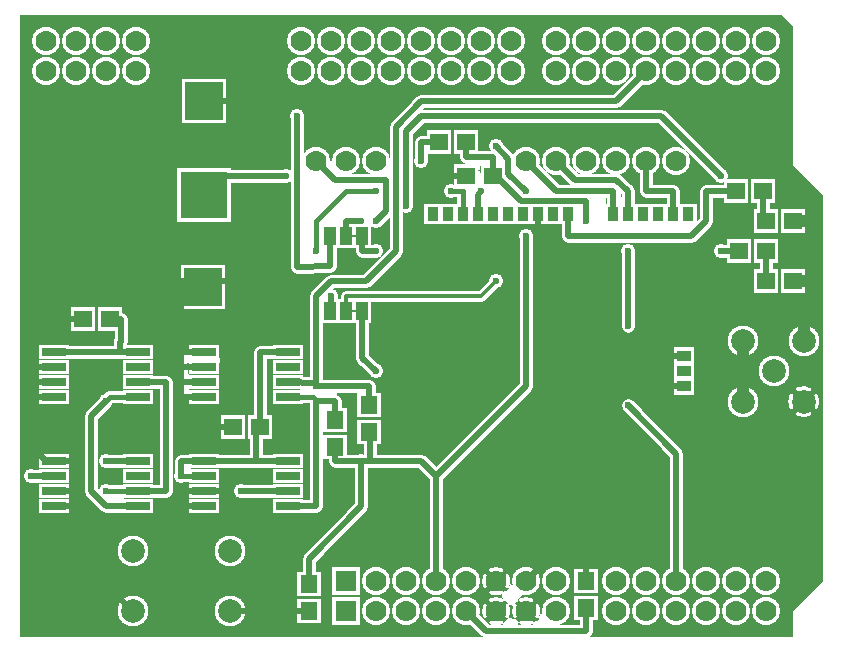
<source format=gbr>
G04 GERBER ASCII OUTPUT FROM: EDWINXP (VER. 1.61 REV. 20080915)*
G04 GERBER FORMAT: RX-274-X*
G04 BOARD: AMICUS_GPS_SHIELD*
G04 ARTWORK OF COMP.LAYERPOSITIVE SUPERIMPOSED ON NEGATIVE*
%ASAXBY*%
%FSLAX23Y23*%
%MIA0B0*%
%MOIN*%
%OFA0.0000B0.0000*%
%SFA1B1*%
%IJA0B0*%
%INLAYER2NEGPOS*%
%IOA0B0*%
%IPPOS*%
%IR0*%
G04 APERTURE MACROS*
%AMEDWDONUT*
1,1,$1,$2,$3*
1,0,$4,$2,$3*
%
%AMEDWFRECT*
20,1,$1,$2,$3,$4,$5,$6*
%
%AMEDWORECT*
20,1,$1,$2,$3,$4,$5,$10*
20,1,$1,$4,$5,$6,$7,$10*
20,1,$1,$6,$7,$8,$9,$10*
20,1,$1,$8,$9,$2,$3,$10*
1,1,$1,$2,$3*
1,1,$1,$4,$5*
1,1,$1,$6,$7*
1,1,$1,$8,$9*
%
%AMEDWLINER*
20,1,$1,$2,$3,$4,$5,$6*
1,1,$1,$2,$3*
1,1,$1,$4,$5*
%
%AMEDWFTRNG*
4,1,3,$1,$2,$3,$4,$5,$6,$7,$8,$9*
%
%AMEDWATRNG*
4,1,3,$1,$2,$3,$4,$5,$6,$7,$8,$9*
20,1,$11,$1,$2,$3,$4,$10*
20,1,$11,$3,$4,$5,$6,$10*
20,1,$11,$5,$6,$7,$8,$10*
1,1,$11,$3,$4*
1,1,$11,$5,$6*
1,1,$11,$7,$8*
%
%AMEDWOTRNG*
20,1,$1,$2,$3,$4,$5,$8*
20,1,$1,$4,$5,$6,$7,$8*
20,1,$1,$6,$7,$2,$3,$8*
1,1,$1,$2,$3*
1,1,$1,$4,$5*
1,1,$1,$6,$7*
%
G04*
G04 APERTURE LIST*
%ADD10R,0.0700X0.0650*%
%ADD11R,0.0940X0.0890*%
%ADD12R,0.0600X0.0550*%
%ADD13R,0.0840X0.0790*%
%ADD14R,0.1350X0.1350*%
%ADD15R,0.1590X0.1590*%
%ADD16R,0.1250X0.1250*%
%ADD17R,0.1490X0.1490*%
%ADD18R,0.1700X0.1700*%
%ADD19R,0.1940X0.1940*%
%ADD20R,0.1560X0.1560*%
%ADD21R,0.1800X0.1800*%
%ADD22R,0.03937X0.05118*%
%ADD23R,0.06337X0.07518*%
%ADD24R,0.03543X0.04724*%
%ADD25R,0.05943X0.07124*%
%ADD26R,0.05118X0.03937*%
%ADD27R,0.07518X0.06337*%
%ADD28R,0.04724X0.03543*%
%ADD29R,0.07124X0.05943*%
%ADD30R,0.0860X0.0860*%
%ADD31R,0.1100X0.1100*%
%ADD32R,0.0700X0.0700*%
%ADD33R,0.0940X0.0940*%
%ADD34R,0.0900X0.0350*%
%ADD35R,0.1140X0.0590*%
%ADD36R,0.0800X0.0250*%
%ADD37R,0.1040X0.0490*%
%ADD38R,0.04724X0.06693*%
%ADD39R,0.07124X0.09093*%
%ADD40R,0.03937X0.05906*%
%ADD41R,0.06337X0.08306*%
%ADD42R,0.0650X0.0700*%
%ADD43R,0.0890X0.0940*%
%ADD44R,0.0550X0.0600*%
%ADD45R,0.0790X0.0840*%
%ADD46C,0.00039*%
%ADD48C,0.0010*%
%ADD50C,0.00118*%
%ADD52C,0.0020*%
%ADD53R,0.0020X0.0020*%
%ADD54C,0.0030*%
%ADD55R,0.0030X0.0030*%
%ADD56C,0.0040*%
%ADD57R,0.0040X0.0040*%
%ADD58C,0.00472*%
%ADD60C,0.0050*%
%ADD61R,0.0050X0.0050*%
%ADD62C,0.00512*%
%ADD63R,0.00512X0.00512*%
%ADD64C,0.00551*%
%ADD65R,0.00551X0.00551*%
%ADD66C,0.00591*%
%ADD67R,0.00591X0.00591*%
%ADD68C,0.00659*%
%ADD69R,0.00659X0.00659*%
%ADD70C,0.00669*%
%ADD72C,0.00787*%
%ADD73R,0.00787X0.00787*%
%ADD74C,0.00799*%
%ADD76C,0.0080*%
%ADD78C,0.00984*%
%ADD79R,0.00984X0.00984*%
%ADD80C,0.0100*%
%ADD81R,0.0100X0.0100*%
%ADD82C,0.01181*%
%ADD84C,0.0120*%
%ADD86C,0.0120*%
%ADD88C,0.0130*%
%ADD90C,0.0150*%
%ADD91R,0.0150X0.0150*%
%ADD92C,0.0160*%
%ADD94C,0.01698*%
%ADD95R,0.01698X0.01698*%
%ADD96C,0.01797*%
%ADD97R,0.01797X0.01797*%
%ADD98C,0.01895*%
%ADD99R,0.01895X0.01895*%
%ADD100C,0.01969*%
%ADD101R,0.01969X0.01969*%
%ADD102C,0.01994*%
%ADD103R,0.01994X0.01994*%
%ADD104C,0.0200*%
%ADD106C,0.02092*%
%ADD107R,0.02092X0.02092*%
%ADD108C,0.02362*%
%ADD109R,0.02362X0.02362*%
%ADD110C,0.0240*%
%ADD111R,0.0240X0.0240*%
%ADD112C,0.0240*%
%ADD113R,0.0240X0.0240*%
%ADD114C,0.0250*%
%ADD115R,0.0250X0.0250*%
%ADD116C,0.0290*%
%ADD118C,0.02912*%
%ADD120C,0.02951*%
%ADD122C,0.02991*%
%ADD124C,0.0300*%
%ADD125R,0.0300X0.0300*%
%ADD126C,0.03059*%
%ADD127R,0.03059X0.03059*%
%ADD128C,0.03069*%
%ADD129R,0.03069X0.03069*%
%ADD130C,0.03199*%
%ADD131R,0.03199X0.03199*%
%ADD132C,0.0320*%
%ADD133R,0.0320X0.0320*%
%ADD134C,0.0350*%
%ADD135R,0.0350X0.0350*%
%ADD136C,0.03581*%
%ADD138C,0.0360*%
%ADD140C,0.0370*%
%ADD142C,0.0390*%
%ADD143R,0.0390X0.0390*%
%ADD144C,0.03937*%
%ADD145R,0.03937X0.03937*%
%ADD146C,0.0400*%
%ADD147R,0.0400X0.0400*%
%ADD148C,0.04173*%
%ADD149R,0.04173X0.04173*%
%ADD150C,0.04369*%
%ADD152C,0.0440*%
%ADD154C,0.0450*%
%ADD155R,0.0450X0.0450*%
%ADD156C,0.0470*%
%ADD157R,0.0470X0.0470*%
%ADD158C,0.04724*%
%ADD159R,0.04724X0.04724*%
%ADD160C,0.04762*%
%ADD161R,0.04762X0.04762*%
%ADD162C,0.0490*%
%ADD163R,0.0490X0.0490*%
%ADD164C,0.0500*%
%ADD165R,0.0500X0.0500*%
%ADD166C,0.05118*%
%ADD167R,0.05118X0.05118*%
%ADD168C,0.0540*%
%ADD170C,0.05512*%
%ADD171R,0.05512X0.05512*%
%ADD172C,0.0560*%
%ADD173R,0.0560X0.0560*%
%ADD174C,0.0570*%
%ADD175R,0.0570X0.0570*%
%ADD176C,0.05724*%
%ADD177R,0.05724X0.05724*%
%ADD178C,0.0590*%
%ADD179R,0.0590X0.0590*%
%ADD180C,0.05906*%
%ADD181R,0.05906X0.05906*%
%ADD182C,0.0600*%
%ADD183R,0.0600X0.0600*%
%ADD184C,0.0620*%
%ADD185R,0.0620X0.0620*%
%ADD186C,0.06201*%
%ADD187R,0.06201X0.06201*%
%ADD188C,0.06337*%
%ADD189R,0.06337X0.06337*%
%ADD190C,0.0650*%
%ADD191R,0.0650X0.0650*%
%ADD192C,0.06693*%
%ADD193R,0.06693X0.06693*%
%ADD194C,0.0690*%
%ADD195R,0.0690X0.0690*%
%ADD196C,0.06906*%
%ADD197R,0.06906X0.06906*%
%ADD198C,0.0700*%
%ADD199R,0.0700X0.0700*%
%ADD200C,0.0710*%
%ADD201R,0.0710X0.0710*%
%ADD202C,0.07124*%
%ADD203R,0.07124X0.07124*%
%ADD204C,0.0740*%
%ADD205R,0.0740X0.0740*%
%ADD206C,0.0750*%
%ADD207R,0.0750X0.0750*%
%ADD208C,0.07598*%
%ADD210C,0.0760*%
%ADD212C,0.07874*%
%ADD214C,0.0800*%
%ADD215R,0.0800X0.0800*%
%ADD216C,0.0810*%
%ADD217R,0.0810X0.0810*%
%ADD218C,0.08306*%
%ADD219R,0.08306X0.08306*%
%ADD220C,0.0840*%
%ADD221R,0.0840X0.0840*%
%ADD222C,0.08598*%
%ADD224C,0.0860*%
%ADD225R,0.0860X0.0860*%
%ADD226C,0.08601*%
%ADD228C,0.08661*%
%ADD230C,0.0870*%
%ADD231R,0.0870X0.0870*%
%ADD232C,0.0890*%
%ADD233R,0.0890X0.0890*%
%ADD234C,0.0900*%
%ADD235R,0.0900X0.0900*%
%ADD236C,0.09093*%
%ADD237R,0.09093X0.09093*%
%ADD238C,0.0940*%
%ADD239R,0.0940X0.0940*%
%ADD240C,0.0970*%
%ADD241R,0.0970X0.0970*%
%ADD242C,0.09843*%
%ADD243R,0.09843X0.09843*%
%ADD244C,0.0990*%
%ADD245R,0.0990X0.0990*%
%ADD246C,0.09998*%
%ADD248C,0.1000*%
%ADD249R,0.1000X0.1000*%
%ADD250C,0.10274*%
%ADD252C,0.1040*%
%ADD253R,0.1040X0.1040*%
%ADD254C,0.10998*%
%ADD256C,0.1100*%
%ADD257R,0.1100X0.1100*%
%ADD258C,0.11061*%
%ADD260C,0.1110*%
%ADD261R,0.1110X0.1110*%
%ADD262C,0.1120*%
%ADD263R,0.1120X0.1120*%
%ADD264C,0.1140*%
%ADD265R,0.1140X0.1140*%
%ADD266C,0.1150*%
%ADD267R,0.1150X0.1150*%
%ADD268C,0.1200*%
%ADD269R,0.1200X0.1200*%
%ADD270C,0.1210*%
%ADD271R,0.1210X0.1210*%
%ADD272C,0.1240*%
%ADD273R,0.1240X0.1240*%
%ADD274C,0.1250*%
%ADD275R,0.1250X0.1250*%
%ADD276C,0.12992*%
%ADD277R,0.12992X0.12992*%
%ADD278C,0.1300*%
%ADD279R,0.1300X0.1300*%
%ADD280C,0.1340*%
%ADD281R,0.1340X0.1340*%
%ADD282C,0.1390*%
%ADD283R,0.1390X0.1390*%
%ADD284C,0.1420*%
%ADD285R,0.1420X0.1420*%
%ADD286C,0.1440*%
%ADD287R,0.1440X0.1440*%
%ADD288C,0.1490*%
%ADD289R,0.1490X0.1490*%
%ADD290C,0.1520*%
%ADD291R,0.1520X0.1520*%
%ADD292C,0.15374*%
%ADD293R,0.15374X0.15374*%
%ADD294C,0.1540*%
%ADD295R,0.1540X0.1540*%
%ADD296C,0.1660*%
%ADD297R,0.1660X0.1660*%
%ADD298C,0.17323*%
%ADD300C,0.1760*%
%ADD301R,0.1760X0.1760*%
%ADD302C,0.17774*%
%ADD303R,0.17774X0.17774*%
%ADD304C,0.18504*%
%ADD306C,0.18898*%
%ADD308C,0.20904*%
%ADD310C,0.2126*%
%ADD312C,0.21298*%
%ADD314C,0.22835*%
%ADD317R,0.23622X0.23622*%
%ADD319R,0.24937X0.24937*%
%ADD321R,0.26022X0.26022*%
%ADD323R,0.27337X0.27337*%
%ADD325R,0.31496X0.31496*%
%ADD327R,0.32811X0.32811*%
%ADD329R,0.33896X0.33896*%
%ADD331R,0.35211X0.35211*%
%ADD332C,0.45211*%
%ADD333R,0.45211X0.45211*%
%ADD334C,0.55211*%
%ADD335R,0.55211X0.55211*%
%ADD336C,0.65211*%
%ADD337R,0.65211X0.65211*%
%ADD338C,0.75211*%
%ADD339R,0.75211X0.75211*%
%ADD340C,0.85211*%
%ADD341R,0.85211X0.85211*%
%ADD342C,0.95211*%
%ADD343R,0.95211X0.95211*%
%ADD344C,1.05211*%
%ADD345R,1.05211X1.05211*%
%ADD346C,1.15211*%
%ADD347R,1.15211X1.15211*%
%ADD348C,1.25211*%
%ADD349R,1.25211X1.25211*%
%ADD350C,1.35211*%
%ADD351R,1.35211X1.35211*%
%ADD352C,1.45211*%
%ADD353R,1.45211X1.45211*%
%ADD354C,1.55211*%
%ADD355R,1.55211X1.55211*%
%ADD356C,1.65211*%
%ADD357R,1.65211X1.65211*%
%ADD358C,1.75211*%
%ADD359R,1.75211X1.75211*%
%ADD360C,1.85211*%
%ADD361R,1.85211X1.85211*%
%ADD362C,1.95211*%
%ADD363R,1.95211X1.95211*%
G04*
%LNLLAYER2CPOURD*%
%LPD*%
G36*
X1600Y100D02*
X1550Y13D01*
X13Y13D01*
X13Y2088D01*
X2550Y2088D01*
X2588Y2050D01*
X2588Y1588D01*
X2688Y1488D01*
X2688Y200D01*
X2588Y100D01*
X2588Y13D01*
X1613Y13D01*
X1600Y100D01*
G37*
G36*
X1600Y100D02*
X1513Y13D01*
X1663Y13D01*
X1600Y100D01*
G37*
%LNLLAYER2CRELIEVEC*%
%LPC*%
D99* 
X1010Y823D02*D03*
X1022Y823D02*D03*
X1038Y823D02*D03*
X1054Y823D02*D03*
D95* 
X1064Y821D02*D03*
X1022Y770D02*D03*
G36*
X1014Y746D02*
X1014Y766D01*
X1031Y766D01*
X1031Y746D01*
X1014Y746D01*
G37*
X1022Y739D02*D03*
X1022Y727D02*D03*
X1022Y715D02*D03*
X1022Y703D02*D03*
G36*
X658Y929D02*
X658Y946D01*
X679Y946D01*
X679Y929D01*
X658Y929D01*
G37*
G36*
X647Y929D02*
X647Y946D01*
X664Y946D01*
X664Y929D01*
X647Y929D01*
G37*
G36*
X631Y929D02*
X631Y946D01*
X652Y946D01*
X652Y929D01*
X631Y929D01*
G37*
G36*
X611Y929D02*
X611Y946D01*
X632Y946D01*
X632Y929D01*
X611Y929D01*
G37*
G36*
X599Y929D02*
X599Y946D01*
X617Y946D01*
X617Y929D01*
X599Y929D01*
G37*
G36*
X587Y929D02*
X587Y946D01*
X605Y946D01*
X605Y929D01*
X587Y929D01*
G37*
G36*
X564Y927D02*
X564Y947D01*
X581Y947D01*
X581Y927D01*
X564Y927D01*
G37*
G36*
X552Y923D02*
X552Y943D01*
X571Y943D01*
X571Y923D01*
X552Y923D01*
G37*
G36*
X552Y939D02*
X552Y959D01*
X570Y959D01*
X570Y939D01*
X552Y939D01*
G37*
G36*
X563Y943D02*
X563Y963D01*
X581Y963D01*
X581Y943D01*
X563Y943D01*
G37*
D103*
X562Y898D02*D03*
X566Y882D02*D03*
X570Y850D02*D03*
X566Y831D02*D03*
G36*
X574Y929D02*
X574Y946D01*
X593Y946D01*
X593Y929D01*
X574Y929D01*
G37*
G36*
X1015Y1297D02*
X1015Y1315D01*
X1032Y1315D01*
X1032Y1297D01*
X1015Y1297D01*
G37*
G36*
X1552Y1582D02*
X1552Y1600D01*
X1572Y1600D01*
X1572Y1582D01*
X1552Y1582D01*
G37*
D97* 
X1549Y1591D02*D03*
X1537Y1591D02*D03*
X1526Y1591D02*D03*
X1514Y1591D02*D03*
X1502Y1591D02*D03*
D95* 
X1541Y1577D02*D03*
X1541Y1562D02*D03*
G36*
X1532Y1541D02*
X1532Y1560D01*
X1552Y1560D01*
X1552Y1541D01*
X1532Y1541D01*
G37*
D103*
X1542Y1535D02*D03*
D95* 
X1541Y1523D02*D03*
G36*
X1061Y1553D02*
X1061Y1571D01*
X1080Y1571D01*
X1080Y1553D01*
X1061Y1553D01*
G37*
G36*
X1051Y1563D02*
X1051Y1581D01*
X1068Y1581D01*
X1068Y1563D01*
X1051Y1563D01*
G37*
X1050Y1581D02*D03*
G36*
X1037Y1583D02*
X1037Y1600D01*
X1057Y1600D01*
X1057Y1583D01*
X1037Y1583D01*
G37*
G36*
X951Y1260D02*
X946Y1269D01*
X946Y1275D01*
X947Y1282D01*
X947Y1432D01*
X947Y1439D01*
X947Y1447D01*
X947Y1455D01*
X947Y1463D01*
X947Y1471D01*
X947Y1479D01*
X947Y1487D01*
X947Y1495D01*
X947Y1502D01*
X947Y1510D01*
X947Y1527D01*
X947Y1535D01*
X947Y1543D01*
X947Y1551D01*
X947Y1559D01*
X947Y1566D01*
X947Y1588D01*
X956Y1588D01*
X959Y1588D01*
X960Y1587D01*
X963Y1582D01*
X974Y1571D01*
X975Y1571D01*
X978Y1569D01*
X980Y1568D01*
X983Y1566D01*
X986Y1565D01*
X990Y1564D01*
X994Y1563D01*
X1002Y1562D01*
X1005Y1563D01*
X1010Y1564D01*
X1015Y1564D01*
X1048Y1532D01*
X1049Y1532D01*
X1052Y1530D01*
X1055Y1528D01*
X1059Y1527D01*
X1067Y1526D01*
X1084Y1526D01*
X1085Y1527D01*
X1098Y1527D01*
X1098Y1517D01*
X1098Y1514D01*
X1089Y1506D01*
X1032Y1449D01*
X1032Y1448D01*
X993Y1410D01*
X993Y1408D01*
X990Y1401D01*
X989Y1392D01*
X989Y1308D01*
X987Y1303D01*
X1032Y1295D01*
X1032Y1269D01*
X1000Y1268D01*
X999Y1259D01*
X990Y1260D01*
X966Y1260D01*
X951Y1260D01*
G37*
G36*
X1011Y1381D02*
X1011Y1393D01*
X1018Y1401D01*
X1021Y1404D01*
X1029Y1413D01*
X1038Y1422D01*
X1047Y1431D01*
X1056Y1438D01*
X1098Y1481D01*
X1098Y1489D01*
X1108Y1488D01*
X1190Y1488D01*
X1192Y1487D01*
X1196Y1486D01*
X1206Y1486D01*
X1208Y1488D01*
X1221Y1488D01*
X1221Y1479D01*
X1221Y1440D01*
X1199Y1419D01*
X1196Y1417D01*
X1190Y1410D01*
X1187Y1403D01*
X1187Y1389D01*
X1184Y1380D01*
X1175Y1381D01*
X1172Y1381D01*
X1169Y1382D01*
X1168Y1399D01*
X1166Y1401D01*
X1156Y1411D01*
X1155Y1411D01*
X1146Y1412D01*
X1143Y1411D01*
X1139Y1411D01*
X1131Y1411D01*
X1124Y1411D01*
X1116Y1411D01*
X1108Y1411D01*
X1099Y1410D01*
X1091Y1408D01*
X1082Y1401D01*
X1079Y1391D01*
X1078Y1382D01*
X1075Y1381D01*
X1011Y1381D01*
G37*
G36*
X1549Y1450D02*
X1549Y1460D01*
X1548Y1461D01*
X1548Y1467D01*
X1548Y1475D01*
X1549Y1480D01*
X1552Y1483D01*
X1560Y1492D01*
X1561Y1497D01*
X1561Y1508D01*
X1562Y1518D01*
X1571Y1518D01*
X1611Y1518D01*
X1658Y1471D01*
X1666Y1471D01*
X1665Y1461D01*
X1665Y1458D01*
X1621Y1457D01*
X1621Y1449D01*
X1612Y1450D01*
X1593Y1450D01*
X1578Y1450D01*
X1570Y1450D01*
X1563Y1450D01*
X1549Y1450D01*
G37*
G36*
X1502Y1450D02*
X1498Y1459D01*
X1497Y1460D01*
X1497Y1492D01*
X1496Y1500D01*
X1496Y1518D01*
X1505Y1518D01*
X1536Y1518D01*
X1536Y1508D01*
X1536Y1504D01*
X1531Y1499D01*
X1527Y1490D01*
X1526Y1487D01*
X1525Y1478D01*
X1525Y1458D01*
X1522Y1449D01*
X1512Y1450D01*
X1502Y1450D01*
G37*
G36*
X1712Y1479D02*
X1711Y1489D01*
X1711Y1497D01*
X1712Y1505D01*
X1711Y1508D01*
X1703Y1517D01*
X1700Y1519D01*
X1658Y1561D01*
X1656Y1562D01*
X1652Y1565D01*
X1651Y1568D01*
X1651Y1580D01*
X1661Y1580D01*
X1664Y1580D01*
X1671Y1574D01*
X1675Y1571D01*
X1678Y1569D01*
X1680Y1568D01*
X1683Y1566D01*
X1686Y1565D01*
X1689Y1564D01*
X1693Y1563D01*
X1702Y1562D01*
X1705Y1563D01*
X1710Y1564D01*
X1715Y1564D01*
X1779Y1500D01*
X1787Y1500D01*
X1787Y1491D01*
X1787Y1488D01*
X1749Y1487D01*
X1749Y1479D01*
X1740Y1479D01*
X1735Y1479D01*
X1712Y1479D01*
G37*
G36*
X1599Y1579D02*
X1598Y1588D01*
X1597Y1591D01*
X1597Y1619D01*
X1607Y1618D01*
X1610Y1618D01*
X1619Y1611D01*
X1629Y1609D01*
X1628Y1600D01*
X1628Y1587D01*
X1625Y1578D01*
X1616Y1579D01*
X1613Y1579D01*
X1599Y1579D01*
G37*
G36*
X1230Y1548D02*
X1229Y1558D01*
X1215Y1559D01*
X1215Y1563D01*
X1220Y1567D01*
X1226Y1574D01*
X1228Y1578D01*
X1231Y1582D01*
X1232Y1593D01*
X1242Y1593D01*
X1245Y1593D01*
X1246Y1571D01*
X1254Y1571D01*
X1253Y1562D01*
X1253Y1557D01*
X1252Y1548D01*
X1243Y1548D01*
X1230Y1548D01*
G37*
G36*
X1849Y1361D02*
X1848Y1371D01*
X1847Y1375D01*
X1847Y1381D01*
X1847Y1387D01*
X1848Y1389D01*
X1857Y1391D01*
X1857Y1393D01*
X1857Y1404D01*
X1857Y1445D01*
X1858Y1447D01*
X1910Y1448D01*
X1910Y1469D01*
X1909Y1470D01*
X1908Y1476D01*
X1908Y1488D01*
X1918Y1487D01*
X1966Y1487D01*
X1967Y1397D01*
X2253Y1397D01*
X2254Y1398D01*
X2266Y1398D01*
X2266Y1388D01*
X2266Y1385D01*
X2250Y1370D01*
X1979Y1369D01*
X1979Y1361D01*
X1970Y1361D01*
X1924Y1361D01*
X1916Y1361D01*
X1907Y1361D01*
X1899Y1361D01*
X1890Y1362D01*
X1887Y1361D01*
X1875Y1361D01*
X1865Y1361D01*
X1849Y1361D01*
G37*
G36*
X2001Y1450D02*
X1999Y1459D01*
X1998Y1460D01*
X1998Y1476D01*
X1998Y1507D01*
X2007Y1506D01*
X2010Y1506D01*
X2016Y1500D01*
X2017Y1481D01*
X2025Y1481D01*
X2025Y1472D01*
X2025Y1459D01*
X2023Y1449D01*
X2013Y1450D01*
X2001Y1450D01*
G37*
G36*
X1640Y120D02*
X1639Y129D01*
X1628Y133D01*
X1623Y134D01*
X1622Y143D01*
X1620Y146D01*
X1620Y152D01*
X1621Y154D01*
X1624Y162D01*
X1625Y167D01*
X1634Y168D01*
X1643Y176D01*
X1643Y178D01*
X1645Y190D01*
X1654Y189D01*
X1658Y189D01*
X1660Y186D01*
X1663Y181D01*
X1674Y170D01*
X1675Y170D01*
X1678Y168D01*
X1680Y167D01*
X1690Y166D01*
X1689Y157D01*
X1689Y153D01*
X1680Y149D01*
X1677Y145D01*
X1674Y141D01*
X1673Y132D01*
X1670Y131D01*
X1662Y129D01*
X1660Y119D01*
X1650Y120D01*
X1640Y120D01*
G37*
G36*
X1624Y44D02*
X1624Y62D01*
X1625Y66D01*
X1634Y67D01*
X1640Y78D01*
X1649Y78D01*
X1652Y78D01*
X1655Y76D01*
X1660Y74D01*
X1666Y73D01*
X1675Y65D01*
X1674Y56D01*
X1674Y53D01*
X1659Y52D01*
X1659Y44D01*
X1649Y44D01*
X1624Y44D01*
G37*
G36*
X1727Y44D02*
X1722Y54D01*
X1722Y58D01*
X1724Y66D01*
X1735Y68D01*
X1742Y76D01*
X1743Y78D01*
X1745Y92D01*
X1754Y92D01*
X1757Y92D01*
X1760Y87D01*
X1763Y82D01*
X1774Y71D01*
X1775Y71D01*
X1778Y69D01*
X1780Y68D01*
X1785Y66D01*
X1797Y65D01*
X1796Y56D01*
X1796Y53D01*
X1767Y52D01*
X1767Y44D01*
X1757Y44D01*
X1746Y44D01*
X1727Y44D01*
G37*
G36*
X1014Y1131D02*
X1013Y1140D01*
X1013Y1144D01*
X1015Y1154D01*
X1024Y1154D01*
X1036Y1154D01*
X1036Y1144D01*
X1036Y1139D01*
X1034Y1130D01*
X1024Y1131D01*
X1014Y1131D01*
G37*
G36*
X948Y822D02*
X948Y832D01*
X947Y833D01*
X947Y837D01*
X948Y847D01*
X957Y847D01*
X981Y847D01*
X992Y844D01*
X991Y834D01*
X991Y830D01*
X968Y829D01*
X968Y821D01*
X958Y822D01*
X948Y822D01*
G37*
G36*
X561Y560D02*
X560Y569D01*
X560Y587D01*
X569Y587D01*
X573Y587D01*
X582Y583D01*
X582Y573D01*
X582Y568D01*
X581Y559D01*
X571Y560D01*
X561Y560D01*
G37*
G36*
X299Y461D02*
X298Y471D01*
X294Y474D01*
X294Y479D01*
X300Y489D01*
X310Y488D01*
X361Y488D01*
X360Y479D01*
X360Y470D01*
X321Y469D01*
X321Y461D01*
X312Y461D01*
X299Y461D01*
G37*
D13* 
X2500Y1300D02*D03*
X2410Y1300D02*D03*
X2498Y1200D02*D03*
D21* 
X625Y1489D02*D03*
D25* 
X1388Y1425D02*D03*
X1438Y1425D02*D03*
X1488Y1425D02*D03*
X1538Y1425D02*D03*
X1588Y1425D02*D03*
X1638Y1425D02*D03*
X1688Y1425D02*D03*
X1788Y1425D02*D03*
X1838Y1425D02*D03*
X1988Y1425D02*D03*
X2038Y1425D02*D03*
X2088Y1425D02*D03*
X2138Y1425D02*D03*
X2188Y1425D02*D03*
X2238Y1425D02*D03*
D29* 
X2226Y901D02*D03*
D238*
X1800Y2000D02*D03*
X1900Y2000D02*D03*
X2000Y2000D02*D03*
X2100Y2000D02*D03*
X2200Y2000D02*D03*
X2300Y2000D02*D03*
X2400Y2000D02*D03*
X2500Y2000D02*D03*
X1300Y100D02*D03*
X1400Y100D02*D03*
X1500Y100D02*D03*
X1800Y100D02*D03*
X950Y2000D02*D03*
X1050Y2000D02*D03*
X1150Y2000D02*D03*
X1250Y2000D02*D03*
X1350Y2000D02*D03*
X1450Y2000D02*D03*
X1550Y2000D02*D03*
X1650Y2000D02*D03*
X2000Y100D02*D03*
X2100Y100D02*D03*
X2200Y100D02*D03*
X2300Y100D02*D03*
X2400Y100D02*D03*
X2500Y100D02*D03*
D33* 
X1100Y200D02*D03*
D238*
X1200Y200D02*D03*
X1300Y200D02*D03*
X1400Y200D02*D03*
X1500Y200D02*D03*
X1800Y200D02*D03*
X100Y1900D02*D03*
X200Y1900D02*D03*
X300Y1900D02*D03*
X400Y1900D02*D03*
X2000Y200D02*D03*
X2100Y200D02*D03*
X2200Y200D02*D03*
X2300Y200D02*D03*
X2400Y200D02*D03*
X2500Y200D02*D03*
X950Y1900D02*D03*
X1050Y1900D02*D03*
X1150Y1900D02*D03*
X1250Y1900D02*D03*
X1350Y1900D02*D03*
X1450Y1900D02*D03*
X1550Y1900D02*D03*
X1650Y1900D02*D03*
X1800Y1900D02*D03*
X1900Y1900D02*D03*
X2000Y1900D02*D03*
X2100Y1900D02*D03*
X2200Y1900D02*D03*
X2300Y1900D02*D03*
X2400Y1900D02*D03*
X2500Y1900D02*D03*
D37* 
X905Y813D02*D03*
X905Y863D02*D03*
X905Y913D02*D03*
X905Y963D02*D03*
D238*
X1700Y1600D02*D03*
X1800Y1600D02*D03*
X1900Y1600D02*D03*
X2000Y1600D02*D03*
X2100Y1600D02*D03*
X2200Y1600D02*D03*
D13* 
X1588Y1550D02*D03*
X1410Y1663D02*D03*
X1500Y1663D02*D03*
D41* 
X1154Y1350D02*D03*
X1100Y1350D02*D03*
X1046Y1350D02*D03*
X1154Y1100D02*D03*
X1100Y1100D02*D03*
X1046Y1100D02*D03*
D250*
X712Y300D02*D03*
X388Y300D02*D03*
D13* 
X2498Y1400D02*D03*
X2488Y1500D02*D03*
X2398Y1500D02*D03*
D250*
X2525Y900D02*D03*
D37* 
X125Y963D02*D03*
X405Y813D02*D03*
X405Y863D02*D03*
X405Y913D02*D03*
X405Y963D02*D03*
X125Y550D02*D03*
X405Y450D02*D03*
X405Y500D02*D03*
X405Y550D02*D03*
X405Y600D02*D03*
X625Y600D02*D03*
X625Y550D02*D03*
X905Y450D02*D03*
X905Y500D02*D03*
X905Y550D02*D03*
X905Y600D02*D03*
D45* 
X1063Y648D02*D03*
X1063Y738D02*D03*
X1175Y698D02*D03*
X1175Y788D02*D03*
D13* 
X313Y1075D02*D03*
D238*
X1000Y1600D02*D03*
X1100Y1600D02*D03*
X1200Y1600D02*D03*
X100Y2000D02*D03*
X200Y2000D02*D03*
X300Y2000D02*D03*
X400Y2000D02*D03*
D45* 
X1900Y110D02*D03*
X975Y190D02*D03*
D13* 
X813Y713D02*D03*
D33* 
X1100Y100D02*D03*
D238*
X1200Y100D02*D03*
D248*
X100Y100D02*D03*
X600Y2000D02*D03*
X2600Y300D02*D03*
D13* 
X223Y1075D02*D03*
X723Y713D02*D03*
D37* 
X625Y813D02*D03*
X625Y450D02*D03*
X125Y450D02*D03*
X125Y813D02*D03*
D29* 
X2226Y951D02*D03*
D25* 
X1738Y1425D02*D03*
D13* 
X1498Y1550D02*D03*
D250*
X712Y100D02*D03*
X388Y100D02*D03*
D45* 
X1900Y200D02*D03*
X975Y100D02*D03*
D13* 
X2588Y1200D02*D03*
D17* 
X623Y1182D02*D03*
X625Y1800D02*D03*
D29* 
X2226Y851D02*D03*
D86* 
G75*
G01X2644Y840D02*
G03X2606Y840I-19J-41D01*
G01*
G75*
G01X2584Y818D02*
G03X2584Y780I41J-19D01*
G01*
G75*
G01X2606Y758D02*
G03X2644Y758I19J41D01*
G01*
G75*
G01X2666Y780D02*
G03X2666Y818I-41J19D01*
G01*
D250*
X2625Y1000D02*D03*
X2424Y799D02*D03*
X2424Y1000D02*D03*
D86* 
G75*
G01X1617Y237D02*
G03X1583Y237I-17J-37D01*
G01*
G75*
G01X1563Y217D02*
G03X1563Y183I37J-17D01*
G01*
G75*
G01X1583Y163D02*
G03X1617Y163I17J37D01*
G01*
G75*
G01X1637Y183D02*
G03X1637Y217I-37J17D01*
G01*
D238*
X1700Y200D02*D03*
D86* 
G75*
G01X1617Y137D02*
G03X1583Y137I-17J-37D01*
G01*
G75*
G01X1563Y117D02*
G03X1563Y83I37J-17D01*
G01*
G75*
G01X1583Y63D02*
G03X1617Y63I17J37D01*
G01*
G75*
G01X1637Y83D02*
G03X1637Y117I-37J17D01*
G01*
G75*
G01X1717Y137D02*
G03X1683Y137I-17J-37D01*
G01*
G75*
G01X1663Y117D02*
G03X1663Y83I37J-17D01*
G01*
G75*
G01X1683Y63D02*
G03X1717Y63I17J37D01*
G01*
G75*
G01X1737Y83D02*
G03X1737Y117I-37J17D01*
G01*
D13* 
X2588Y1400D02*D03*
D37* 
X625Y963D02*D03*
X625Y913D02*D03*
X625Y863D02*D03*
X125Y913D02*D03*
X125Y863D02*D03*
X125Y600D02*D03*
X125Y500D02*D03*
X625Y500D02*D03*
D160*
X350Y1000D02*D03*
X1900Y1400D02*D03*
X1700Y1350D02*D03*
X1150Y600D02*D03*
X800Y600D02*D03*
X550Y550D02*D03*
X300Y600D02*D03*
X50Y550D02*D03*
X1000Y850D02*D03*
X750Y500D02*D03*
X300Y500D02*D03*
X1000Y800D02*D03*
X300Y800D02*D03*
X935Y1750D02*D03*
X1050Y1150D02*D03*
X1200Y900D02*D03*
X1200Y1300D02*D03*
X2038Y1300D02*D03*
X899Y1550D02*D03*
X1600Y1650D02*D03*
X1700Y1500D02*D03*
X2350Y1300D02*D03*
X2350Y1550D02*D03*
X1300Y1450D02*D03*
X1600Y1200D02*D03*
X1000Y1300D02*D03*
X1200Y1500D02*D03*
D108*
X1800Y1000D02*D03*
X1800Y1100D02*D03*
X1400Y700D02*D03*
X1500Y800D02*D03*
X1400Y800D02*D03*
X1400Y1100D02*D03*
X1500Y1100D02*D03*
X1600Y1100D02*D03*
X1600Y1000D02*D03*
X1500Y1000D02*D03*
X1400Y1000D02*D03*
D160*
X1450Y1500D02*D03*
X1150Y1400D02*D03*
X1550Y1500D02*D03*
X1200Y1400D02*D03*
X1350Y1600D02*D03*
D108*
X2225Y1000D02*D03*
X2038Y1050D02*D03*
X2038Y788D02*D03*
X2400Y600D02*D03*
X2600Y700D02*D03*
X2500Y700D02*D03*
X2400Y700D02*D03*
X2500Y1100D02*D03*
X2400Y1100D02*D03*
X2200Y1200D02*D03*
X2100Y1200D02*D03*
X1975Y1200D02*D03*
X1975Y1000D02*D03*
X1975Y1100D02*D03*
X1800Y1200D02*D03*
X100Y700D02*D03*
X400Y700D02*D03*
X800Y550D02*D03*
X2600Y500D02*D03*
X2500Y500D02*D03*
X2400Y500D02*D03*
X1975Y900D02*D03*
X1975Y800D02*D03*
X2225Y800D02*D03*
X2600Y600D02*D03*
X2500Y600D02*D03*
X300Y863D02*D03*
X763Y900D02*D03*
X200Y700D02*D03*
D122*
X1154Y1350D02*
X1105Y1350D01*
X1154Y1100D02*
X1105Y1100D01*
D100*
X2150Y950D02*
X2150Y851D01*
X2226Y851D01*
X550Y965D02*
X620Y965D01*
X620Y963D01*
X50Y915D02*
X120Y915D01*
X120Y913D01*
X550Y1200D02*
X700Y1200D01*
X850Y1200D01*
X850Y1663D02*
X713Y1800D01*
X625Y1800D01*
X550Y915D02*
X620Y915D01*
X620Y913D01*
X550Y865D02*
X620Y865D01*
X620Y863D01*
X50Y865D02*
X120Y865D01*
X120Y863D01*
X50Y815D02*
X120Y815D01*
X120Y813D01*
X1900Y950D02*
X2150Y950D01*
X650Y713D02*
X600Y713D01*
X550Y763D01*
X550Y813D01*
X550Y865D01*
X300Y350D02*
X250Y350D01*
X200Y400D01*
X200Y450D01*
X200Y500D01*
X300Y350D02*
X350Y400D01*
X500Y400D01*
X550Y450D01*
X620Y500D02*
X550Y500D01*
X550Y450D01*
D146*
X2650Y1200D02*
X2650Y1400D01*
X2588Y1400D01*
X2625Y1000D02*
X2625Y1100D01*
X2650Y1125D01*
X2650Y1200D01*
D100*
X1700Y200D02*
X1800Y300D01*
X1900Y300D01*
X1900Y950D01*
X200Y450D02*
X120Y450D01*
X120Y600D02*
X200Y600D01*
X200Y500D01*
X550Y1200D02*
X550Y1182D01*
X623Y1182D01*
X550Y965D02*
X550Y1200D01*
X2226Y951D02*
X2151Y951D01*
X2150Y950D01*
X1900Y300D02*
X1900Y200D01*
X1900Y1250D02*
X1900Y950D01*
X120Y600D02*
X100Y600D01*
X50Y650D01*
X50Y815D01*
X50Y865D01*
X50Y915D01*
X50Y1000D01*
X125Y1075D01*
X223Y1075D01*
X550Y813D02*
X620Y813D01*
X550Y915D02*
X550Y865D01*
X550Y965D02*
X550Y915D01*
X1350Y1250D02*
X1350Y1500D01*
X1400Y1550D01*
X1498Y1550D01*
X388Y100D02*
X300Y188D01*
X300Y350D01*
X550Y450D02*
X620Y450D01*
X712Y100D02*
X712Y100D01*
X975Y100D01*
D146*
X2650Y1200D02*
X2588Y1200D01*
X2424Y1000D02*
X2424Y799D01*
D100*
X650Y713D02*
X723Y713D01*
X200Y500D02*
X120Y500D01*
X1900Y1250D02*
X1850Y1250D01*
X1738Y1363D01*
X1738Y1425D01*
X620Y500D02*
X700Y500D01*
X700Y550D01*
D150*
X350Y1000D02*
X346Y996D01*
X346Y963D01*
X120Y963D01*
X1400Y550D02*
X1350Y600D01*
X1181Y600D01*
X1181Y698D01*
X1175Y698D01*
X1150Y600D02*
X1100Y600D01*
X1095Y600D01*
X1063Y600D01*
X1063Y648D01*
X1150Y600D02*
X1181Y600D01*
X1150Y600D02*
X1150Y450D01*
X975Y275D01*
X975Y190D01*
X1400Y200D02*
X1400Y550D01*
X813Y713D02*
X800Y713D01*
X800Y600D01*
X350Y1000D02*
X350Y1000D01*
X350Y1050D01*
X350Y1075D01*
X313Y1075D01*
X1588Y1550D02*
X1588Y1613D01*
X1500Y1613D01*
X1500Y1663D01*
X346Y963D02*
X400Y963D01*
X813Y713D02*
X813Y963D01*
X900Y963D01*
X1588Y1550D02*
X1600Y1550D01*
X1682Y1468D01*
X1900Y1468D01*
X1900Y1400D01*
X620Y600D02*
X800Y600D01*
X300Y600D02*
X400Y600D01*
X620Y600D02*
X550Y600D01*
X550Y550D01*
X800Y600D02*
X900Y600D01*
X1400Y550D02*
X1700Y850D01*
X1700Y1350D01*
X50Y550D02*
X120Y550D01*
D146*
X550Y550D02*
X620Y550D01*
D150*
X1500Y100D02*
X1567Y33D01*
X1900Y33D01*
X1900Y110D01*
X2100Y1900D02*
X2000Y1800D01*
X1350Y1800D01*
X1266Y1716D01*
X1266Y1300D01*
X1166Y1200D01*
X1050Y1200D01*
X1000Y1150D01*
X1000Y860D01*
X953Y860D01*
X950Y863D01*
X900Y863D01*
X1000Y850D02*
X1000Y860D01*
X1000Y850D02*
X1175Y850D01*
X1175Y788D01*
X750Y500D02*
X900Y500D01*
X400Y500D02*
X500Y500D01*
X500Y863D01*
X400Y863D01*
D146*
X400Y500D02*
X300Y500D01*
D150*
X1000Y800D02*
X1063Y800D01*
X1063Y738D01*
X1000Y800D02*
X1000Y450D01*
X900Y450D01*
X300Y800D02*
X250Y750D01*
X250Y500D01*
X300Y450D01*
X400Y450D01*
D146*
X1000Y800D02*
X988Y813D01*
X900Y813D01*
X300Y800D02*
X313Y813D01*
X400Y813D01*
D150*
X935Y1750D02*
X936Y1700D01*
X936Y1300D01*
X935Y1249D01*
X1046Y1250D01*
X1046Y1350D01*
X1050Y1150D02*
X1050Y1100D01*
X1046Y1100D01*
X1200Y900D02*
X1154Y946D01*
X1154Y1100D01*
X1200Y1300D02*
X1154Y1300D01*
X1154Y1350D01*
X2200Y200D02*
X2200Y300D01*
X2200Y625D01*
X2038Y788D01*
X2038Y1050D02*
X2038Y1300D01*
X2488Y1500D02*
X2488Y1500D01*
X2488Y1450D01*
X2488Y1450D01*
X2488Y1400D01*
X2498Y1400D01*
X899Y1550D02*
X686Y1550D01*
X625Y1489D01*
X1700Y1500D02*
X1641Y1559D01*
X1641Y1609D01*
X1600Y1650D01*
X2350Y1300D02*
X2410Y1300D01*
X1300Y1450D02*
X1300Y1700D01*
X1350Y1750D01*
X2150Y1750D01*
X2350Y1550D01*
X2498Y1200D02*
X2500Y1200D01*
X2500Y1250D01*
X2500Y1250D01*
X2500Y1300D01*
X2500Y1300D01*
X2398Y1500D02*
X2300Y1500D01*
X2300Y1400D01*
X2250Y1350D01*
X1838Y1350D01*
X1838Y1425D01*
D136*
X1600Y1200D02*
X1550Y1150D01*
X1100Y1150D01*
X1100Y1100D01*
D146*
X1200Y1500D02*
X1100Y1500D01*
X1000Y1400D01*
X1000Y1300D01*
X1450Y1500D02*
X1488Y1500D01*
X1488Y1425D01*
D150*
X1150Y1400D02*
X1100Y1400D01*
X1100Y1350D01*
X1550Y1500D02*
X1538Y1488D01*
X1538Y1425D01*
X1988Y1425D02*
X1988Y1500D01*
X1800Y1500D01*
X1700Y1600D01*
X2038Y1425D02*
X2038Y1500D01*
X2000Y1537D01*
X1863Y1537D01*
X1800Y1600D01*
X2100Y1600D02*
X2100Y1500D01*
X2188Y1500D01*
X2188Y1425D01*
X1200Y1400D02*
X1234Y1434D01*
X1234Y1538D01*
X1062Y1538D01*
X1000Y1600D01*
X1350Y1600D02*
X1350Y1663D01*
X1410Y1663D01*
%LNLLAYER2CFILLD*%
%LPD*%
D12* 
X2500Y1300D02*D03*
X2410Y1300D02*D03*
X2498Y1200D02*D03*
D20* 
X625Y1489D02*D03*
D24* 
X1388Y1425D02*D03*
X1438Y1425D02*D03*
X1488Y1425D02*D03*
X1538Y1425D02*D03*
X1588Y1425D02*D03*
X1638Y1425D02*D03*
X1688Y1425D02*D03*
X1788Y1425D02*D03*
X1838Y1425D02*D03*
X1988Y1425D02*D03*
X2038Y1425D02*D03*
X2088Y1425D02*D03*
X2138Y1425D02*D03*
X2188Y1425D02*D03*
X2238Y1425D02*D03*
D28* 
X2226Y901D02*D03*
D198*
X1800Y2000D02*D03*
X1900Y2000D02*D03*
X2000Y2000D02*D03*
X2100Y2000D02*D03*
X2200Y2000D02*D03*
X2300Y2000D02*D03*
X2400Y2000D02*D03*
X2500Y2000D02*D03*
X1300Y100D02*D03*
X1400Y100D02*D03*
X1500Y100D02*D03*
X1800Y100D02*D03*
X950Y2000D02*D03*
X1050Y2000D02*D03*
X1150Y2000D02*D03*
X1250Y2000D02*D03*
X1350Y2000D02*D03*
X1450Y2000D02*D03*
X1550Y2000D02*D03*
X1650Y2000D02*D03*
X2000Y100D02*D03*
X2100Y100D02*D03*
X2200Y100D02*D03*
X2300Y100D02*D03*
X2400Y100D02*D03*
X2500Y100D02*D03*
D32* 
X1100Y200D02*D03*
D198*
X1200Y200D02*D03*
X1300Y200D02*D03*
X1400Y200D02*D03*
X1500Y200D02*D03*
X1800Y200D02*D03*
X100Y1900D02*D03*
X200Y1900D02*D03*
X300Y1900D02*D03*
X400Y1900D02*D03*
X2000Y200D02*D03*
X2100Y200D02*D03*
X2200Y200D02*D03*
X2300Y200D02*D03*
X2400Y200D02*D03*
X2500Y200D02*D03*
X950Y1900D02*D03*
X1050Y1900D02*D03*
X1150Y1900D02*D03*
X1250Y1900D02*D03*
X1350Y1900D02*D03*
X1450Y1900D02*D03*
X1550Y1900D02*D03*
X1650Y1900D02*D03*
X1800Y1900D02*D03*
X1900Y1900D02*D03*
X2000Y1900D02*D03*
X2100Y1900D02*D03*
X2200Y1900D02*D03*
X2300Y1900D02*D03*
X2400Y1900D02*D03*
X2500Y1900D02*D03*
D36* 
X905Y813D02*D03*
X905Y863D02*D03*
X905Y913D02*D03*
X905Y963D02*D03*
D198*
X1700Y1600D02*D03*
X1800Y1600D02*D03*
X1900Y1600D02*D03*
X2000Y1600D02*D03*
X2100Y1600D02*D03*
X2200Y1600D02*D03*
D12* 
X1588Y1550D02*D03*
X1410Y1663D02*D03*
X1500Y1663D02*D03*
D40* 
X1154Y1350D02*D03*
X1100Y1350D02*D03*
X1046Y1350D02*D03*
X1154Y1100D02*D03*
X1100Y1100D02*D03*
X1046Y1100D02*D03*
D212*
X712Y300D02*D03*
X388Y300D02*D03*
D12* 
X2498Y1400D02*D03*
X2488Y1500D02*D03*
X2398Y1500D02*D03*
D212*
X2525Y900D02*D03*
D36* 
X125Y963D02*D03*
X405Y813D02*D03*
X405Y863D02*D03*
X405Y913D02*D03*
X405Y963D02*D03*
X125Y550D02*D03*
X405Y450D02*D03*
X405Y500D02*D03*
X405Y550D02*D03*
X405Y600D02*D03*
X625Y600D02*D03*
X625Y550D02*D03*
X905Y450D02*D03*
X905Y500D02*D03*
X905Y550D02*D03*
X905Y600D02*D03*
D44* 
X1063Y648D02*D03*
X1063Y738D02*D03*
X1175Y698D02*D03*
X1175Y788D02*D03*
D12* 
X313Y1075D02*D03*
D198*
X1000Y1600D02*D03*
X1100Y1600D02*D03*
X1200Y1600D02*D03*
X100Y2000D02*D03*
X200Y2000D02*D03*
X300Y2000D02*D03*
X400Y2000D02*D03*
D44* 
X1900Y110D02*D03*
X975Y190D02*D03*
D12* 
X813Y713D02*D03*
D32* 
X1100Y100D02*D03*
D198*
X1200Y100D02*D03*
D248*
X100Y100D02*D03*
X600Y2000D02*D03*
X2600Y300D02*D03*
D12* 
X223Y1075D02*D03*
X723Y713D02*D03*
D36* 
X625Y813D02*D03*
X625Y450D02*D03*
X125Y450D02*D03*
X125Y813D02*D03*
D28* 
X2226Y951D02*D03*
D24* 
X1738Y1425D02*D03*
D12* 
X1498Y1550D02*D03*
D212*
X712Y100D02*D03*
X388Y100D02*D03*
D44* 
X1900Y200D02*D03*
X975Y100D02*D03*
D12* 
X2588Y1200D02*D03*
D16* 
X623Y1182D02*D03*
X625Y1800D02*D03*
D28* 
X2226Y851D02*D03*
D212*
X2625Y799D02*D03*
X2625Y1000D02*D03*
X2424Y799D02*D03*
X2424Y1000D02*D03*
D198*
X1600Y200D02*D03*
X1700Y200D02*D03*
X1600Y100D02*D03*
X1700Y100D02*D03*
D12* 
X2588Y1400D02*D03*
D36* 
X625Y963D02*D03*
X625Y913D02*D03*
X625Y863D02*D03*
X125Y913D02*D03*
X125Y863D02*D03*
X125Y600D02*D03*
X125Y500D02*D03*
X625Y500D02*D03*
D108*
X650Y713D02*D03*
X1900Y1250D02*D03*
X1350Y1250D02*D03*
X700Y550D02*D03*
X350Y1000D02*D03*
X1900Y1400D02*D03*
X1700Y1350D02*D03*
X1150Y600D02*D03*
X800Y600D02*D03*
X550Y550D02*D03*
X300Y600D02*D03*
X50Y550D02*D03*
X1000Y850D02*D03*
X750Y500D02*D03*
X300Y500D02*D03*
X1000Y800D02*D03*
X300Y800D02*D03*
X935Y1750D02*D03*
X1050Y1150D02*D03*
X1200Y900D02*D03*
X1200Y1300D02*D03*
X2038Y1300D02*D03*
X899Y1550D02*D03*
X1600Y1650D02*D03*
X1700Y1500D02*D03*
X2350Y1300D02*D03*
X2350Y1550D02*D03*
X1300Y1450D02*D03*
X1600Y1200D02*D03*
X1000Y1300D02*D03*
X1200Y1500D02*D03*
X1800Y1000D02*D03*
X1800Y1100D02*D03*
X1400Y700D02*D03*
X1500Y800D02*D03*
X1400Y800D02*D03*
X1400Y1100D02*D03*
X1500Y1100D02*D03*
X1600Y1100D02*D03*
X1600Y1000D02*D03*
X1500Y1000D02*D03*
X1400Y1000D02*D03*
X1450Y1500D02*D03*
X1150Y1400D02*D03*
X1550Y1500D02*D03*
X1200Y1400D02*D03*
X1350Y1600D02*D03*
X850Y1200D02*D03*
X2225Y1000D02*D03*
X2038Y1050D02*D03*
X2038Y788D02*D03*
X2400Y600D02*D03*
X2600Y700D02*D03*
X2500Y700D02*D03*
X2400Y700D02*D03*
X2500Y1100D02*D03*
X2400Y1100D02*D03*
X2200Y1200D02*D03*
X2100Y1200D02*D03*
X1975Y1200D02*D03*
X1975Y1000D02*D03*
X1975Y1100D02*D03*
X1800Y1200D02*D03*
X850Y1663D02*D03*
X100Y700D02*D03*
X400Y700D02*D03*
X800Y550D02*D03*
X2600Y500D02*D03*
X2500Y500D02*D03*
X2400Y500D02*D03*
X1975Y900D02*D03*
X1975Y800D02*D03*
X2225Y800D02*D03*
X2600Y600D02*D03*
X2500Y600D02*D03*
X300Y863D02*D03*
X763Y900D02*D03*
X200Y700D02*D03*
D66* 
X1154Y1350D02*
X1105Y1350D01*
X1154Y1100D02*
X1105Y1100D01*
D100*
X2150Y950D02*
X2150Y851D01*
X2226Y851D01*
X550Y965D02*
X620Y965D01*
X620Y963D01*
X50Y915D02*
X120Y915D01*
X120Y913D01*
X550Y1200D02*
X700Y1200D01*
X850Y1200D01*
X850Y1663D02*
X713Y1800D01*
X625Y1800D01*
X550Y915D02*
X620Y915D01*
X620Y913D01*
X550Y865D02*
X620Y865D01*
X620Y863D01*
X50Y865D02*
X120Y865D01*
X120Y863D01*
X50Y815D02*
X120Y815D01*
X120Y813D01*
X1900Y950D02*
X2150Y950D01*
X650Y713D02*
X600Y713D01*
X550Y763D01*
X550Y813D01*
X550Y865D01*
X300Y350D02*
X250Y350D01*
X200Y400D01*
X200Y450D01*
X200Y500D01*
X300Y350D02*
X350Y400D01*
X500Y400D01*
X550Y450D01*
X620Y500D02*
X550Y500D01*
X550Y450D01*
D146*
X2650Y1200D02*
X2650Y1400D01*
X2588Y1400D01*
X2625Y1000D02*
X2625Y1100D01*
X2650Y1125D01*
X2650Y1200D01*
D100*
X1700Y200D02*
X1800Y300D01*
X1900Y300D01*
X1900Y950D01*
X200Y450D02*
X120Y450D01*
X120Y600D02*
X200Y600D01*
X200Y500D01*
X550Y1200D02*
X550Y1182D01*
X623Y1182D01*
X550Y965D02*
X550Y1200D01*
X2226Y951D02*
X2151Y951D01*
X2150Y950D01*
X1900Y300D02*
X1900Y200D01*
X1900Y1250D02*
X1900Y950D01*
X120Y600D02*
X100Y600D01*
X50Y650D01*
X50Y815D01*
X50Y865D01*
X50Y915D01*
X50Y1000D01*
X125Y1075D01*
X223Y1075D01*
X550Y813D02*
X620Y813D01*
X550Y915D02*
X550Y865D01*
X550Y965D02*
X550Y915D01*
X1350Y1250D02*
X1350Y1500D01*
X1400Y1550D01*
X1498Y1550D01*
X388Y100D02*
X300Y188D01*
X300Y350D01*
X550Y450D02*
X620Y450D01*
X712Y100D02*
X712Y100D01*
X975Y100D01*
D146*
X2650Y1200D02*
X2588Y1200D01*
X2424Y1000D02*
X2424Y799D01*
D100*
X650Y713D02*
X723Y713D01*
X200Y500D02*
X120Y500D01*
X1900Y1250D02*
X1850Y1250D01*
X1738Y1363D01*
X1738Y1425D01*
X620Y500D02*
X700Y500D01*
X700Y550D01*
X350Y1000D02*
X346Y996D01*
X346Y963D01*
X120Y963D01*
X1400Y550D02*
X1350Y600D01*
X1181Y600D01*
X1181Y698D01*
X1175Y698D01*
X1150Y600D02*
X1100Y600D01*
X1095Y600D01*
X1063Y600D01*
X1063Y648D01*
X1150Y600D02*
X1181Y600D01*
X1150Y600D02*
X1150Y450D01*
X975Y275D01*
X975Y190D01*
X1400Y200D02*
X1400Y550D01*
X813Y713D02*
X800Y713D01*
X800Y600D01*
X350Y1000D02*
X350Y1000D01*
X350Y1050D01*
X350Y1075D01*
X313Y1075D01*
X1588Y1550D02*
X1588Y1613D01*
X1500Y1613D01*
X1500Y1663D01*
X346Y963D02*
X400Y963D01*
X813Y713D02*
X813Y963D01*
X900Y963D01*
X1588Y1550D02*
X1600Y1550D01*
X1682Y1468D01*
X1900Y1468D01*
X1900Y1400D01*
X620Y600D02*
X800Y600D01*
X300Y600D02*
X400Y600D01*
X620Y600D02*
X550Y600D01*
X550Y550D01*
X800Y600D02*
X900Y600D01*
X1400Y550D02*
X1700Y850D01*
X1700Y1350D01*
X50Y550D02*
X120Y550D01*
D92* 
X550Y550D02*
X620Y550D01*
D100*
X1500Y100D02*
X1567Y33D01*
X1900Y33D01*
X1900Y110D01*
X2100Y1900D02*
X2000Y1800D01*
X1350Y1800D01*
X1266Y1716D01*
X1266Y1300D01*
X1166Y1200D01*
X1050Y1200D01*
X1000Y1150D01*
X1000Y860D01*
X953Y860D01*
X950Y863D01*
X900Y863D01*
X1000Y850D02*
X1000Y860D01*
X1000Y850D02*
X1175Y850D01*
X1175Y788D01*
X750Y500D02*
X900Y500D01*
X400Y500D02*
X500Y500D01*
X500Y863D01*
X400Y863D01*
D92* 
X400Y500D02*
X300Y500D01*
D100*
X1000Y800D02*
X1063Y800D01*
X1063Y738D01*
X1000Y800D02*
X1000Y450D01*
X900Y450D01*
X300Y800D02*
X250Y750D01*
X250Y500D01*
X300Y450D01*
X400Y450D01*
D92* 
X1000Y800D02*
X988Y813D01*
X900Y813D01*
X300Y800D02*
X313Y813D01*
X400Y813D01*
D100*
X935Y1750D02*
X936Y1700D01*
X936Y1300D01*
X935Y1249D01*
X1046Y1250D01*
X1046Y1350D01*
X1050Y1150D02*
X1050Y1100D01*
X1046Y1100D01*
X1200Y900D02*
X1154Y946D01*
X1154Y1100D01*
X1200Y1300D02*
X1154Y1300D01*
X1154Y1350D01*
X2200Y200D02*
X2200Y300D01*
X2200Y625D01*
X2038Y788D01*
X2038Y1050D02*
X2038Y1300D01*
X2488Y1500D02*
X2488Y1500D01*
X2488Y1450D01*
X2488Y1450D01*
X2488Y1400D01*
X2498Y1400D01*
X899Y1550D02*
X686Y1550D01*
X625Y1489D01*
X1700Y1500D02*
X1641Y1559D01*
X1641Y1609D01*
X1600Y1650D01*
X2350Y1300D02*
X2410Y1300D01*
X1300Y1450D02*
X1300Y1700D01*
X1350Y1750D01*
X2150Y1750D01*
X2350Y1550D01*
X2498Y1200D02*
X2500Y1200D01*
X2500Y1250D01*
X2500Y1250D01*
X2500Y1300D01*
X2500Y1300D01*
X2398Y1500D02*
X2300Y1500D01*
X2300Y1400D01*
X2250Y1350D01*
X1838Y1350D01*
X1838Y1425D01*
D82* 
X1600Y1200D02*
X1550Y1150D01*
X1100Y1150D01*
X1100Y1100D01*
D92* 
X1200Y1500D02*
X1100Y1500D01*
X1000Y1400D01*
X1000Y1300D01*
X1450Y1500D02*
X1488Y1500D01*
X1488Y1425D01*
D100*
X1150Y1400D02*
X1100Y1400D01*
X1100Y1350D01*
X1550Y1500D02*
X1538Y1488D01*
X1538Y1425D01*
X1988Y1425D02*
X1988Y1500D01*
X1800Y1500D01*
X1700Y1600D01*
X2038Y1425D02*
X2038Y1500D01*
X2000Y1537D01*
X1863Y1537D01*
X1800Y1600D01*
X2100Y1600D02*
X2100Y1500D01*
X2188Y1500D01*
X2188Y1425D01*
X1200Y1400D02*
X1234Y1434D01*
X1234Y1538D01*
X1062Y1538D01*
X1000Y1600D01*
X1350Y1600D02*
X1350Y1663D01*
X1410Y1663D01*
M02*

</source>
